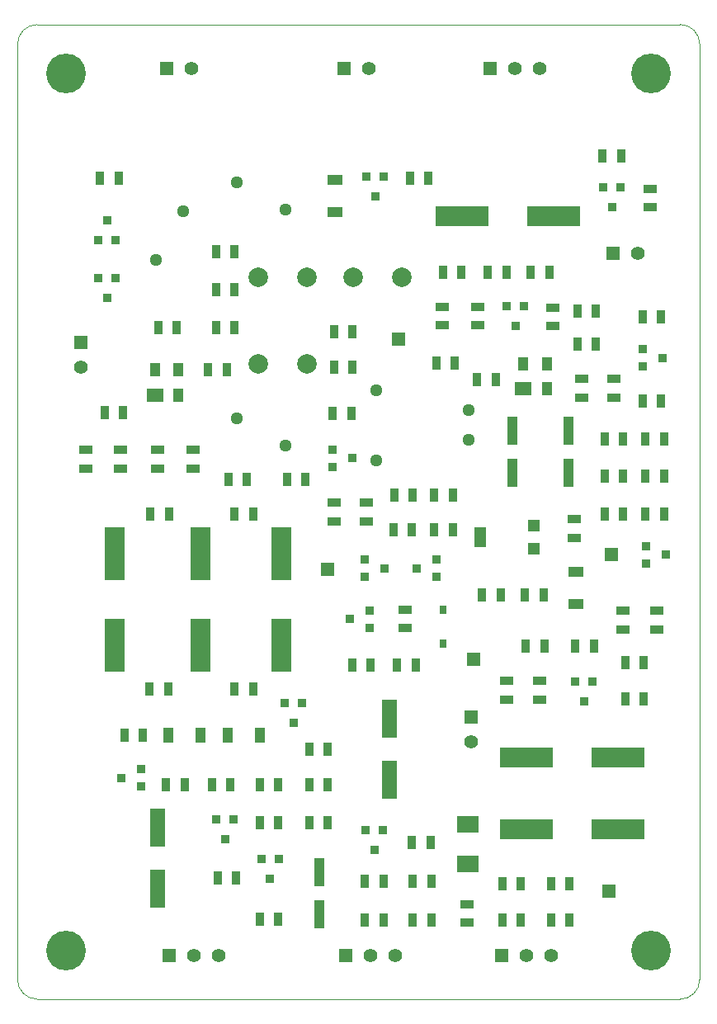
<source format=gts>
G04 (created by PCBNEW (2013-mar-13)-testing) date Tue 21 May 2013 11:07:50 PM PDT*
%MOIN*%
G04 Gerber Fmt 3.4, Leading zero omitted, Abs format*
%FSLAX34Y34*%
G01*
G70*
G90*
G04 APERTURE LIST*
%ADD10C,0.005906*%
%ADD11C,0.003937*%
%ADD12C,0.078700*%
%ADD13R,0.086614X0.070866*%
%ADD14R,0.025591X0.038189*%
%ADD15R,0.062992X0.039370*%
%ADD16R,0.055000X0.055000*%
%ADD17C,0.055000*%
%ADD18R,0.051181X0.051181*%
%ADD19R,0.051181X0.078740*%
%ADD20C,0.051200*%
%ADD21R,0.059055X0.157480*%
%ADD22R,0.039370X0.118110*%
%ADD23R,0.070866X0.056102*%
%ADD24R,0.039370X0.056102*%
%ADD25C,0.160000*%
%ADD26R,0.039370X0.062992*%
%ADD27R,0.035000X0.055000*%
%ADD28R,0.055000X0.035000*%
%ADD29R,0.036000X0.036000*%
%ADD30R,0.216500X0.078700*%
%ADD31R,0.078700X0.216500*%
G04 APERTURE END LIST*
G54D10*
G54D11*
X66141Y-59055D02*
G75*
G03X66929Y-58267I0J787D01*
G74*
G01*
X39370Y-58267D02*
G75*
G03X40157Y-59055I787J0D01*
G74*
G01*
X66929Y-20472D02*
G75*
G03X66141Y-19685I-787J0D01*
G74*
G01*
X40157Y-19685D02*
G75*
G03X39370Y-20472I0J-787D01*
G74*
G01*
X66141Y-19685D02*
X40157Y-19685D01*
X66929Y-58267D02*
X66929Y-20472D01*
X40157Y-59055D02*
X66141Y-59055D01*
X39370Y-20472D02*
X39370Y-58267D01*
G54D12*
X52913Y-29881D03*
X54881Y-29881D03*
X51062Y-29881D03*
X49094Y-29881D03*
X51062Y-33385D03*
X49094Y-33385D03*
G54D13*
X57559Y-51988D03*
X57559Y-53602D03*
G54D14*
X56574Y-44685D03*
X56574Y-43314D03*
G54D15*
X52204Y-27263D03*
X52204Y-25964D03*
X61929Y-41791D03*
X61929Y-43090D03*
G54D16*
X58448Y-21456D03*
G54D17*
X59448Y-21456D03*
X60448Y-21456D03*
G54D16*
X45496Y-57283D03*
G54D17*
X46496Y-57283D03*
X47496Y-57283D03*
G54D16*
X51889Y-41692D03*
X54763Y-32401D03*
X57795Y-45314D03*
X63346Y-41102D03*
X63267Y-54685D03*
X58921Y-57283D03*
G54D17*
X59921Y-57283D03*
X60921Y-57283D03*
G54D16*
X52622Y-57283D03*
G54D17*
X53622Y-57283D03*
X54622Y-57283D03*
G54D18*
X60216Y-40846D03*
X60216Y-39940D03*
G54D19*
X58051Y-40393D03*
G54D20*
X57598Y-36456D03*
X57598Y-35275D03*
X53858Y-37283D03*
X53858Y-34448D03*
G54D16*
X63437Y-28937D03*
G54D17*
X64437Y-28937D03*
G54D16*
X57677Y-47649D03*
G54D17*
X57677Y-48649D03*
G54D16*
X52570Y-21456D03*
G54D17*
X53570Y-21456D03*
G54D16*
X41929Y-32531D03*
G54D17*
X41929Y-33531D03*
G54D16*
X45405Y-21456D03*
G54D17*
X46405Y-21456D03*
G54D21*
X45039Y-54606D03*
X45039Y-52125D03*
X54409Y-50196D03*
X54409Y-47716D03*
G54D22*
X51574Y-55629D03*
X51574Y-53937D03*
X59370Y-37795D03*
X59370Y-36102D03*
X61614Y-37795D03*
X61614Y-36102D03*
G54D23*
X44921Y-34645D03*
G54D24*
X45866Y-34645D03*
X45866Y-33631D03*
X44921Y-33631D03*
G54D23*
X59803Y-34409D03*
G54D24*
X60748Y-34409D03*
X60748Y-33395D03*
X59803Y-33395D03*
G54D25*
X41338Y-21653D03*
X64960Y-21653D03*
X41338Y-57086D03*
X64960Y-57086D03*
G54D26*
X46751Y-48385D03*
X45452Y-48385D03*
X49153Y-48385D03*
X47854Y-48385D03*
G54D27*
X44743Y-39448D03*
X45493Y-39448D03*
X42695Y-25905D03*
X43445Y-25905D03*
X44703Y-46535D03*
X45453Y-46535D03*
X58955Y-55866D03*
X59705Y-55866D03*
X48128Y-39448D03*
X48878Y-39448D03*
X60097Y-29685D03*
X60847Y-29685D03*
G54D28*
X57952Y-31831D03*
X57952Y-31081D03*
X56535Y-31081D03*
X56535Y-31831D03*
G54D27*
X48128Y-46535D03*
X48878Y-46535D03*
X47380Y-28858D03*
X48130Y-28858D03*
X52894Y-33543D03*
X52144Y-33543D03*
X56554Y-29685D03*
X57304Y-29685D03*
X63916Y-46929D03*
X64666Y-46929D03*
G54D28*
X60472Y-46949D03*
X60472Y-46199D03*
X59133Y-46199D03*
X59133Y-46949D03*
X53464Y-38995D03*
X53464Y-39745D03*
G54D27*
X47380Y-30393D03*
X48130Y-30393D03*
X47380Y-31929D03*
X48130Y-31929D03*
X60650Y-44803D03*
X59900Y-44803D03*
X42892Y-35354D03*
X43642Y-35354D03*
X56199Y-38700D03*
X56949Y-38700D03*
X47892Y-38070D03*
X48642Y-38070D03*
G54D28*
X43543Y-36869D03*
X43543Y-37619D03*
G54D27*
X54585Y-38700D03*
X55335Y-38700D03*
X54546Y-40078D03*
X55296Y-40078D03*
X55333Y-55866D03*
X56083Y-55866D03*
X55333Y-54291D03*
X56083Y-54291D03*
X60611Y-42716D03*
X59861Y-42716D03*
X51910Y-48976D03*
X51160Y-48976D03*
X49152Y-51929D03*
X49902Y-51929D03*
X47459Y-54173D03*
X48209Y-54173D03*
X63089Y-36417D03*
X63839Y-36417D03*
X64743Y-37913D03*
X65493Y-37913D03*
X63839Y-37913D03*
X63089Y-37913D03*
X64743Y-36417D03*
X65493Y-36417D03*
X59705Y-54409D03*
X58955Y-54409D03*
X50254Y-38070D03*
X51004Y-38070D03*
X60924Y-55866D03*
X61674Y-55866D03*
G54D28*
X60984Y-31871D03*
X60984Y-31121D03*
X57519Y-55965D03*
X57519Y-55215D03*
G54D27*
X52144Y-32086D03*
X52894Y-32086D03*
X61987Y-31259D03*
X62737Y-31259D03*
X52855Y-35393D03*
X52105Y-35393D03*
X60924Y-54409D03*
X61674Y-54409D03*
X59115Y-29685D03*
X58365Y-29685D03*
G54D28*
X52165Y-38995D03*
X52165Y-39745D03*
G54D27*
X61987Y-32598D03*
X62737Y-32598D03*
X57028Y-33346D03*
X56278Y-33346D03*
X64666Y-45472D03*
X63916Y-45472D03*
X61908Y-44803D03*
X62658Y-44803D03*
G54D28*
X63464Y-33995D03*
X63464Y-34745D03*
X62165Y-34745D03*
X62165Y-33995D03*
G54D27*
X58682Y-34015D03*
X57932Y-34015D03*
X47065Y-33622D03*
X47815Y-33622D03*
X45058Y-31929D03*
X45808Y-31929D03*
G54D28*
X46456Y-36869D03*
X46456Y-37619D03*
X45039Y-37619D03*
X45039Y-36869D03*
X42125Y-36869D03*
X42125Y-37619D03*
X55039Y-44075D03*
X55039Y-43325D03*
G54D27*
X53642Y-45551D03*
X52892Y-45551D03*
X63010Y-25000D03*
X63760Y-25000D03*
X56199Y-40078D03*
X56949Y-40078D03*
X55215Y-25905D03*
X55965Y-25905D03*
G54D28*
X64921Y-26317D03*
X64921Y-27067D03*
G54D27*
X53404Y-54291D03*
X54154Y-54291D03*
X55294Y-52716D03*
X56044Y-52716D03*
X58878Y-42716D03*
X58128Y-42716D03*
X54154Y-55866D03*
X53404Y-55866D03*
X51160Y-51929D03*
X51910Y-51929D03*
X51910Y-50393D03*
X51160Y-50393D03*
G54D28*
X61850Y-40414D03*
X61850Y-39664D03*
G54D27*
X49152Y-50393D03*
X49902Y-50393D03*
X49152Y-55826D03*
X49902Y-55826D03*
X64625Y-31496D03*
X65375Y-31496D03*
X63089Y-39448D03*
X63839Y-39448D03*
G54D28*
X63818Y-43365D03*
X63818Y-44115D03*
X65196Y-44115D03*
X65196Y-43365D03*
G54D27*
X64625Y-34881D03*
X65375Y-34881D03*
X44430Y-48385D03*
X43680Y-48385D03*
X64743Y-39448D03*
X65493Y-39448D03*
X55453Y-45551D03*
X54703Y-45551D03*
X47973Y-50393D03*
X47223Y-50393D03*
X46123Y-50393D03*
X45373Y-50393D03*
G54D29*
X42642Y-29914D03*
X43342Y-29914D03*
X42992Y-30714D03*
X43342Y-28392D03*
X42642Y-28392D03*
X42992Y-27592D03*
X64639Y-33499D03*
X64639Y-32799D03*
X65439Y-33149D03*
X53468Y-25820D03*
X54168Y-25820D03*
X53818Y-26620D03*
X53588Y-43350D03*
X53588Y-44050D03*
X52788Y-43700D03*
X53379Y-42003D03*
X53379Y-41303D03*
X54179Y-41653D03*
X56305Y-41303D03*
X56305Y-42003D03*
X55505Y-41653D03*
G54D20*
X48228Y-35590D03*
X50197Y-36692D03*
X48228Y-26063D03*
X50197Y-27165D03*
X44960Y-29192D03*
X46062Y-27224D03*
G54D30*
X59921Y-52204D03*
X63621Y-52204D03*
X59921Y-49291D03*
X63621Y-49291D03*
G54D31*
X50039Y-41063D03*
X50039Y-44763D03*
X46771Y-44763D03*
X46771Y-41063D03*
G54D30*
X57323Y-27440D03*
X61023Y-27440D03*
G54D31*
X43307Y-41063D03*
X43307Y-44763D03*
G54D29*
X44376Y-49768D03*
X44376Y-50468D03*
X43576Y-50118D03*
X47405Y-51804D03*
X48105Y-51804D03*
X47755Y-52604D03*
X50161Y-47080D03*
X50861Y-47080D03*
X50511Y-47880D03*
X64757Y-41452D03*
X64757Y-40752D03*
X65557Y-41102D03*
X49216Y-53379D03*
X49916Y-53379D03*
X49566Y-54179D03*
X53429Y-52237D03*
X54129Y-52237D03*
X53779Y-53037D03*
X63035Y-26253D03*
X63735Y-26253D03*
X63385Y-27053D03*
X52080Y-37554D03*
X52080Y-36854D03*
X52880Y-37204D03*
X61894Y-46214D03*
X62594Y-46214D03*
X62244Y-47014D03*
X59138Y-31056D03*
X59838Y-31056D03*
X59488Y-31856D03*
M02*

</source>
